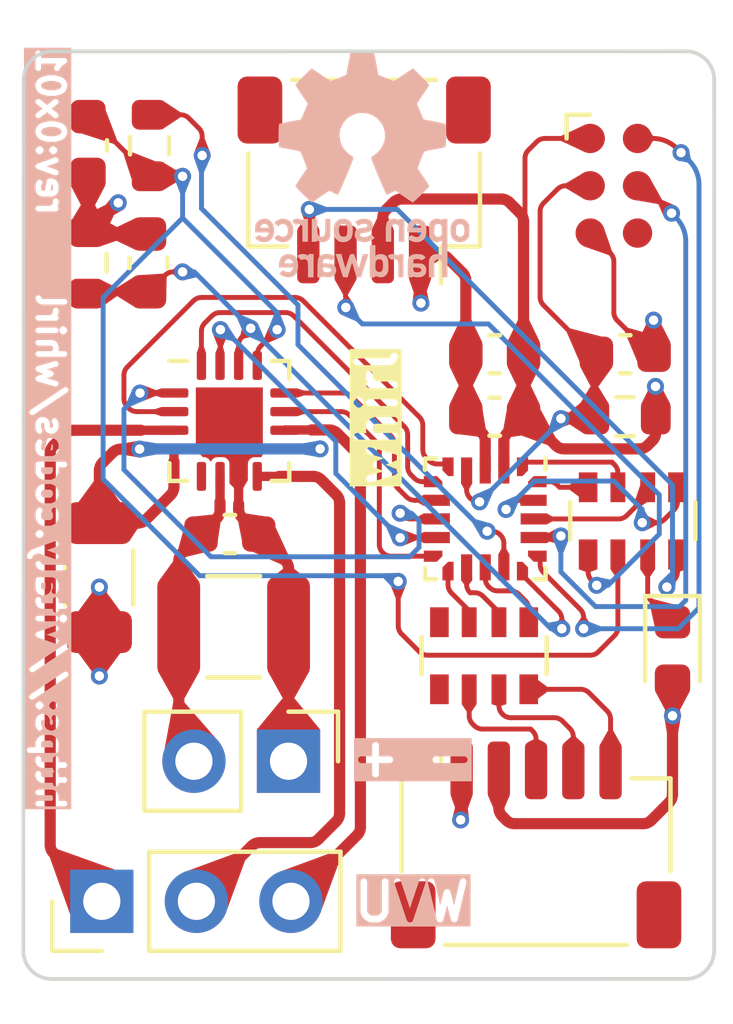
<source format=kicad_pcb>
(kicad_pcb (version 20221018) (generator pcbnew)
  (title_block (title "Whirl") (date "2023-03-26") (rev "0x02"))
  (layers (0 "F.Cu" signal) (1 "In1.Cu" signal) (2 "In2.Cu" signal) (31 "B.Cu" signal) (34 "B.Paste" user) (35 "F.Paste" user) (36 "B.SilkS" user "B.Silkscreen") (37 "F.SilkS" user "F.Silkscreen") (38 "B.Mask" user) (39 "F.Mask" user) (44 "Edge.Cuts" user))
  (net 0 "")
  (net 1 "Net-(D1-K)")
  (net 2 "VDD")
  (net 3 "GND")
  (net 4 "/SDA")
  (net 5 "/SCL")
  (net 6 "Net-(J3-SWDIO)")
  (net 7 "/~{RST}")
  (net 8 "Net-(J3-SWDCLK)")
  (net 10 "Net-(J4-Pin_2)")
  (net 11 "Net-(J5-Pin_1)")
  (net 12 "Net-(J5-Pin_2)")
  (net 13 "Net-(J5-Pin_3)")
  (net 14 "/M_EN")
  (net 15 "/M_FAULT")
  (net 16 "Net-(U2-SENSEU)")
  (net 17 "/M_STBY")
  (net 18 "Net-(RN1-R1.1)")
  (net 19 "Net-(RN1-R2.1)")
  (net 20 "Net-(RN1-R3.1)")
  (net 21 "Net-(RN1-R4.1)")
  (net 23 "/H1")
  (net 24 "/H2")
  (net 25 "/H3")
  (net 26 "Net-(RN2-R4.2)")
  (net 27 "Net-(RN2-R3.2)")
  (net 28 "Net-(RN2-R2.2)")
  (net 30 "/M_UH")
  (net 31 "/M_VH")
  (net 32 "/M_WH")
  (net 33 "/M_UL")
  (net 34 "/M_VL")
  (net 35 "/M_WL")
  (footprint "Resistor_SMD:R_Array_Convex_4x0603" (layer "F.Cu") (at 76.778 92.5212 90)
    (fp_text reference "RN2" hide)
    (fp_text value "190Ω")
  )
  (footprint "Connector_PinHeader_2.54mm:PinHeader_1x02_P2.54mm_Vertical" (layer "F.Cu") (at 71.5264 95.3516 -90)
    (fp_text reference "J4" hide)
    (fp_text value "Power")
  )
  (footprint "Resistor_SMD:R_0603_1608Metric" (layer "F.Cu") (at 66.1162 81.9782 90)
    (fp_text reference "R4" hide)
    (fp_text value "10KΩ")
  )
  (footprint "Capacitor_SMD:C_0603_1608Metric" (layer "F.Cu") (at 80.5688 84.4296)
    (fp_text reference "C3" hide)
    (fp_text value "100nF")
  )
  (footprint "Resistor_SMD:R_0603_1608Metric" (layer "F.Cu") (at 67.7926 78.8286 -90)
    (fp_text reference "R2" hide)
    (fp_text value "10KΩ")
  )
  (footprint "Connector_PinHeader_2.54mm:PinHeader_1x03_P2.54mm_Vertical" (layer "F.Cu") (at 66.5122 99.1108 90)
    (fp_text reference "J5" hide)
    (fp_text value "MOTOR")
  )
  (footprint "Capacitor_SMD:C_0603_1608Metric" (layer "F.Cu") (at 77.0636 84.4296 180)
    (fp_text reference "C1" hide)
    (fp_text value "4.7uF")
  )
  (footprint "Capacitor_SMD:C_0603_1608Metric" (layer "F.Cu") (at 77.0636 86.106 180)
    (fp_text reference "C2" hide)
    (fp_text value "100nF")
  )
  (footprint "Connector_JST:JST_SH_SM04B-SRSS-TB_1x04-1MP_P1.00mm_Horizontal" (layer "F.Cu") (at 73.5584 79.7514 180)
    (fp_text reference "J1" hide)
    (fp_text value "QWIIC")
  )
  (footprint "Capacitor_SMD:C_0603_1608Metric" (layer "F.Cu") (at 67.7672 81.9782 90)
    (fp_text reference "C7" hide)
    (fp_text value "100nF")
  )
  (footprint "Package_DFN_QFN:VQFN-16-1EP_3x3mm_P0.5mm_EP1.8x1.8mm" (layer "F.Cu") (at 69.9373 86.2196)
    (fp_text reference "U2" hide)
    (fp_text value "STSPIN230")
  )
  (footprint "Connector:Tag-Connect_TC2030-IDC-NL_2x03_P1.27mm_Vertical" (layer "F.Cu") (at 80.264 79.9084 -90)
    (fp_text reference "J3" hide)
    (fp_text value "TagConnect")
  )
  (footprint "Package_DFN_QFN:ST_UFQFPN-20_3x3mm_P0.5mm" (layer "F.Cu") (at 76.8096 88.8492 -90)
    (fp_text reference "U1" hide)
    (fp_text value "STM32C011F4Ux")
  )
  (footprint "Capacitor_SMD:C_1210_3225Metric" (layer "F.Cu") (at 70.0532 91.7448)
    (fp_text reference "C4" hide)
    (fp_text value "22uF")
  )
  (footprint "Capacitor_SMD:C_0603_1608Metric" (layer "F.Cu") (at 69.9516 89.2556)
    (fp_text reference "C5" hide)
    (fp_text value "4.7uF")
  )
  (footprint "Resistor_SMD:R_Array_Convex_4x0603" (layer "F.Cu") (at 80.772 88.9 -90)
    (fp_text reference "RN1" hide)
    (fp_text value "190Ω")
  )
  (footprint "Resistor_SMD:R_0603_1608Metric" (layer "F.Cu") (at 80.5646 86.106 180)
    (fp_text reference "R1" hide)
    (fp_text value "10KΩ")
  )
  (footprint "Connector_JST:JST_SH_SM05B-SRSS-TB_1x05-1MP_P1.00mm_Horizontal" (layer "F.Cu") (at 78.175 97.5978)
    (fp_text reference "J2" hide)
    (fp_text value "Encoder")
  )
  (footprint "Capacitor_SMD:C_0603_1608Metric" (layer "F.Cu") (at 66.1416 78.8286 -90)
    (fp_text reference "C6" hide)
    (fp_text value "100nF")
  )
  (footprint "LED_SMD:LED_0603_1608Metric" (layer "F.Cu") (at 81.8388 92.4052 -90)
    (fp_text reference "D1" hide)
    (fp_text value "STATUS")
  )
  (footprint "Resistor_SMD:R_1206_3216Metric" (layer "F.Cu") (at 66.4464 90.424 -90)
    (fp_text reference "R3" hide)
    (fp_text value "0.3Ω")
  )
  (footprint "Symbol:OSHW-Logo_5.7x6mm_SilkScreen" (layer "B.Cu") (at 73.5144 79.3436 180)
    (fp_text reference "REF**" hide)
    (fp_text value "OSHW-Logo_5.7x6mm_SilkScreen" hide)
  )
  (gr_line (start 82.9564 100.4316) (end 82.957585 77.062415) (stroke (width 0.1)) (layer "Edge.Cuts"))
  (gr_arc (start 82.9564 100.4316) (mid 82.733215 100.970415) (end 82.1944 101.1936) (stroke (width 0.1)) (layer "Edge.Cuts"))
  (gr_line (start 82.195585 76.300415) (end 65.1764 76.3016) (stroke (width 0.1)) (layer "Edge.Cuts"))
  (gr_line (start 65.1664 101.1956) (end 82.1944 101.1936) (stroke (width 0.1)) (layer "Edge.Cuts"))
  (gr_line (start 64.4144 77.0636) (end 64.4044 100.4336) (stroke (width 0.1)) (layer "Edge.Cuts"))
  (gr_arc (start 65.1664 101.1956) (mid 64.627585 100.972415) (end 64.4044 100.4336) (stroke (width 0.1)) (layer "Edge.Cuts"))
  (gr_arc (start 64.4144 77.0636) (mid 64.637585 76.524785) (end 65.1764 76.3016) (stroke (width 0.1)) (layer "Edge.Cuts"))
  (gr_arc (start 82.195585 76.300415) (mid 82.7344 76.5236) (end 82.957585 77.062415) (stroke (width 0.1)) (layer "Edge.Cuts"))
  (gr_text "https://vitaly.codes/whirl    rev:0x01" (at 64.7144 96.7536 270) (layer "B.SilkS" knockout) (effects (font (size 0.7 0.7) (thickness 0.15) bold) (justify left bottom mirror)))
  (gr_text "- +" (at 74.8644 95.3836 180) (layer "B.SilkS" knockout) (effects (font (size 1 1) (thickness 0.18) bold)))
  (gr_text "UVW" (at 74.8344 99.1336) (layer "B.SilkS" knockout) (effects (font (size 1 1) (thickness 0.18) bold)))
  (gr_text "whirl" (at 74.4982 88.0364 90) (layer "F.SilkS" knockout) (effects (font (size 1 1) (thickness 0.18) bold) (justify left bottom)))
  (segment (start 81.172 89.8) (end 81.172 90.820837) (width 0.132) (layer "F.Cu") (net 1))
  (segment (start 81.263969 91.042869) (end 81.8388 91.6177) (width 0.132) (layer "F.Cu") (net 1))
  (arc (start 81.172 90.820837) (mid 81.195902 90.941) (end 81.263969 91.042869) (width 0.132) (layer "F.Cu") (net 1))
  (segment (start 77.9337 86.106) (end 77.8386 86.106) (width 0.3) (layer "F.Cu") (net 2))
  (segment (start 80.946737 86.9696) (end 78.927363 86.9696) (width 0.3) (layer "F.Cu") (net 2))
  (segment (start 77.460369 80.355969) (end 77.746632 80.642232) (width 0.3) (layer "F.Cu") (net 2))
  (segment (start 78.190831 78.730369) (end 77.968368 78.952832) (width 0.132) (layer "F.Cu") (net 2))
  (segment (start 81.746831 96.459569) (end 81.270368 96.936032) (width 0.3) (layer "F.Cu") (net 2))
  (segment (start 79.629 78.6384) (end 78.412863 78.6384) (width 0.132) (layer "F.Cu") (net 2))
  (segment (start 77.8764 80.9504) (end 77.8386 80.9882) (width 0.132) (layer "F.Cu") (net 2))
  (segment (start 77.8764 79.174863) (end 77.8764 80.9504) (width 0.132) (layer "F.Cu") (net 2))
  (segment (start 78.705331 86.877631) (end 77.9337 86.106) (width 0.3) (layer "F.Cu") (net 2))
  (segment (start 77.3096 87.5492) (end 77.3096 86.765063) (width 0.3) (layer "F.Cu") (net 2))
  (segment (start 77.175 96.602937) (end 77.175 95.5978) (width 0.3) (layer "F.Cu") (net 2))
  (segment (start 81.048337 97.028) (end 77.600063 97.028) (width 0.3) (layer "F.Cu") (net 2))
  (segment (start 81.297631 86.748769) (end 81.168768 86.877632) (width 0.3) (layer "F.Cu") (net 2))
  (segment (start 77.401569 86.543031) (end 77.8386 86.106) (width 0.3) (layer "F.Cu") (net 2))
  (segment (start 77.378031 96.936031) (end 77.266968 96.824968) (width 0.3) (layer "F.Cu") (net 2))
  (segment (start 77.8386 80.9882) (end 77.8386 84.4296) (width 0.3) (layer "F.Cu") (net 2))
  (segment (start 77.8386 80.864263) (end 77.8386 80.9882) (width 0.3) (layer "F.Cu") (net 2))
  (segment (start 77.8386 84.4296) (end 77.8386 86.106) (width 0.3) (layer "F.Cu") (net 2))
  (segment (start 81.8388 94.1324) (end 81.8388 96.237537) (width 0.3) (layer "F.Cu") (net 2))
  (segment (start 81.3816 85.2932) (end 81.3896 86.106) (width 0.3) (layer "F.Cu") (net 2))
  (segment (start 81.3896 86.106) (end 81.3896 86.526737) (width 0.3) (layer "F.Cu") (net 2))
  (segment (start 74.0584 81.7514) (end 74.0584 80.770363) (width 0.3) (layer "F.Cu") (net 2))
  (segment (start 74.150369 80.548331) (end 74.342732 80.355968) (width 0.3) (layer "F.Cu") (net 2))
  (segment (start 74.564763 80.264) (end 77.238337 80.264) (width 0.3) (layer "F.Cu") (net 2))
  (segment (start 81.8388 93.1927) (end 81.8388 94.1324) (width 0.3) (layer "F.Cu") (net 2))
  (via (at 81.3816 85.2932) (size 0.4572) (drill 0.254) (layers "F.Cu" "B.Cu") (net 2))
  (via (at 81.8388 94.1324) (size 0.4572) (drill 0.254) (layers "F.Cu" "B.Cu") (net 2))
  (arc (start 78.705331 86.877631) (mid 78.8072 86.945698) (end 78.927363 86.9696) (width 0.3) (layer "F.Cu") (net 2))
  (arc (start 74.564763 80.264) (mid 74.444601 80.287902) (end 74.342732 80.355968) (width 0.3) (layer "F.Cu") (net 2))
  (arc (start 77.8386 80.864263) (mid 77.814698 80.744101) (end 77.746632 80.642232) (width 0.3) (layer "F.Cu") (net 2))
  (arc (start 77.175 96.602937) (mid 77.198902 96.723099) (end 77.266968 96.824968) (width 0.3) (layer "F.Cu") (net 2))
  (arc (start 81.8388 96.237537) (mid 81.814898 96.3577) (end 81.746831 96.459569) (width 0.3) (layer "F.Cu") (net 2))
  (arc (start 77.600063 97.028) (mid 77.4799 97.004098) (end 77.378031 96.936031) (width 0.3) (layer "F.Cu") (net 2))
  (arc (start 77.968368 78.952832) (mid 77.900302 79.054701) (end 77.8764 79.174863) (width 0.132) (layer "F.Cu") (net 2))
  (arc (start 77.238337 80.264) (mid 77.3585 80.287902) (end 77.460369 80.355969) (width 0.3) (layer "F.Cu") (net 2))
  (arc (start 80.946737 86.9696) (mid 81.066899 86.945698) (end 81.168768 86.877632) (width 0.3) (layer "F.Cu") (net 2))
  (arc (start 81.270368 96.936032) (mid 81.168499 97.004098) (end 81.048337 97.028) (width 0.3) (layer "F.Cu") (net 2))
  (arc (start 74.150369 80.548331) (mid 74.082302 80.6502) (end 74.0584 80.770363) (width 0.3) (layer "F.Cu") (net 2))
  (arc (start 78.412863 78.6384) (mid 78.2927 78.662302) (end 78.190831 78.730369) (width 0.132) (layer "F.Cu") (net 2))
  (arc (start 81.3896 86.526737) (mid 81.365698 86.6469) (end 81.297631 86.748769) (width 0.3) (layer "F.Cu") (net 2))
  (arc (start 77.401569 86.543031) (mid 77.333502 86.6449) (end 77.3096 86.765063) (width 0.3) (layer "F.Cu") (net 2))
  (segment (start 75.0584 81.7514) (end 75.576137 81.7514) (width 0.3) (layer "F.Cu") (net 3))
  (segment (start 70.1873 87.7071) (end 70.1873 86.599663) (width 0.25) (layer "F.Cu") (net 3))
  (segment (start 70.095331 86.377631) (end 69.9373 86.2196) (width 0.25) (layer "F.Cu") (net 3))
  (segment (start 66.9544 80.3656) (end 66.9038 80.3656) (width 0.3) (layer "F.Cu") (net 3))
  (segment (start 76.717631 86.535031) (end 76.2886 86.106) (width 0.3) (layer "F.Cu") (net 3))
  (segment (start 76.175 96.9006) (end 76.1492 96.9264) (width 0.3) (layer "F.Cu") (net 3))
  (segment (start 75.0584 83.034) (end 75.0824 83.058) (width 0.3) (layer "F.Cu") (net 3))
  (segment (start 76.2886 82.463863) (end 76.2886 84.4296) (width 0.3) (layer "F.Cu") (net 3))
  (segment (start 66.1416 79.6036) (end 66.1416 81.1278) (width 0.3) (layer "F.Cu") (net 3))
  (segment (start 66.4464 91.8865) (end 66.4464 93.0656) (width 0.3) (layer "F.Cu") (net 3))
  (segment (start 70.1873 87.7071) (end 70.1873 88.4428) (width 0.25) (layer "F.Cu") (net 3))
  (segment (start 81.2611 84.4296) (end 81.3438 84.4296) (width 0.132) (layer "F.Cu") (net 3))
  (segment (start 66.9038 80.3656) (end 66.1162 81.1532) (width 0.3) (layer "F.Cu") (net 3))
  (segment (start 67.7672 81.2032) (end 66.1662 81.2032) (width 0.3) (layer "F.Cu") (net 3))
  (segment (start 76.175 95.5978) (end 76.175 96.9006) (width 0.3) (layer "F.Cu") (net 3))
  (segment (start 66.1662 81.2032) (end 66.1162 81.1532) (width 0.3) (layer "F.Cu") (net 3))
  (segment (start 80.264 81.943463) (end 80.264 83.302437) (width 0.132) (layer "F.Cu") (net 3))
  (segment (start 66.4464 91.8865) (end 66.4464 90.678) (width 0.3) (layer "F.Cu") (net 3))
  (segment (start 70.7266 89.2556) (end 71.436232 89.965232) (width 0.3) (layer "F.Cu") (net 3))
  (segment (start 71.5282 90.187263) (end 71.5282 91.7448) (width 0.3) (layer "F.Cu") (net 3))
  (segment (start 70.279269 88.808269) (end 70.7266 89.2556) (width 0.3) (layer "F.Cu") (net 3))
  (segment (start 70.1873 88.4428) (end 70.1873 88.586237) (width 0.3) (layer "F.Cu") (net 3))
  (segment (start 76.8096 87.5492) (end 76.8096 86.757063) (width 0.3) (layer "F.Cu") (net 3))
  (segment (start 79.629 81.1784) (end 80.172032 81.721432) (width 0.132) (layer "F.Cu") (net 3))
  (segment (start 81.3308 83.5152) (end 81.3438 84.4296) (width 0.3) (layer "F.Cu") (net 3))
  (segment (start 71.5264 91.7466) (end 71.5264 95.3516) (width 0.3) (layer "F.Cu") (net 3))
  (segment (start 75.798169 81.843369) (end 76.196632 82.241832) (width 0.3) (layer "F.Cu") (net 3))
  (segment (start 66.1416 81.1278) (end 66.1162 81.1532) (width 0.3) (layer "F.Cu") (net 3))
  (segment (start 75.0584 81.7514) (end 75.0584 83.034) (width 0.3) (layer "F.Cu") (net 3))
  (segment (start 80.355969 83.524469) (end 81.2611 84.4296) (width 0.132) (layer "F.Cu") (net 3))
  (segment (start 76.2886 84.4296) (end 76.2886 86.106) (width 0.3) (layer "F.Cu") (net 3))
  (segment (start 71.5282 91.7448) (end 71.5264 91.7466) (width 0.3) (layer "F.Cu") (net 3))
  (via (at 81.3308 83.5152) (size 0.4572) (drill 0.254) (layers "F.Cu" "B.Cu") (net 3))
  (via (at 66.9544 80.3656) (size 0.4572) (drill 0.254) (layers "F.Cu" "B.Cu") (net 3))
  (via (at 76.1492 96.9264) (size 0.4572) (drill 0.254) (layers "F.Cu" "B.Cu") (net 3))
  (via (at 75.0824 83.058) (size 0.4572) (drill 0.254) (layers "F.Cu" "B.Cu") (net 3))
  (via (at 66.4464 90.678) (size 0.4572) (drill 0.254) (layers "F.Cu" "B.Cu") (net 3))
  (via (at 66.4464 93.0656) (size 0.4572) (drill 0.254) (layers "F.Cu" "B.Cu") (net 3))
  (arc (start 75.576137 81.7514) (mid 75.6963 81.775302) (end 75.798169 81.843369) (width 0.3) (layer "F.Cu") (net 3))
  (arc (start 70.095331 86.377631) (mid 70.163398 86.4795) (end 70.1873 86.599663) (width 0.25) (layer "F.Cu") (net 3))
  (arc (start 71.5282 90.187263) (mid 71.504298 90.067101) (end 71.436232 89.965232) (width 0.3) (layer "F.Cu") (net 3))
  (arc (start 80.172032 81.721432) (mid 80.240098 81.823301) (end 80.264 81.943463) (width 0.132) (layer "F.Cu") (net 3))
  (arc (start 76.717631 86.535031) (mid 76.785698 86.6369) (end 76.8096 86.757063) (width 0.3) (layer "F.Cu") (net 3))
  (arc (start 76.2886 82.463863) (mid 76.264698 82.343701) (end 76.196632 82.241832) (width 0.3) (layer "F.Cu") (net 3))
  (arc (start 80.355969 83.524469) (mid 80.287902 83.4226) (end 80.264 83.302437) (width 0.132) (layer "F.Cu") (net 3))
  (arc (start 70.279269 88.808269) (mid 70.211202 88.7064) (end 70.1873 88.586237) (width 0.3) (layer "F.Cu") (net 3))
  (segment (start 73.0584 82.876167) (end 73.0584 81.7514) (width 0.132) (layer "F.Cu") (net 4))
  (segment (start 73.0656 82.883367) (end 73.0584 82.876167) (width 0.132) (layer "F.Cu") (net 4))
  (segment (start 73.0656 83.1748) (end 73.0656 82.883367) (width 0.132) (layer "F.Cu") (net 4))
  (segment (start 79.80265 90.63135) (end 79.663968 90.492668) (width 0.132) (layer "F.Cu") (net 4))
  (segment (start 79.572 90.270637) (end 79.572 89.8) (width 0.132) (layer "F.Cu") (net 4))
  (via (at 73.0656 83.1748) (size 0.4572) (drill 0.254) (layers "F.Cu" "B.Cu") (net 4))
  (via (at 79.80265 90.63135) (size 0.4572) (drill 0.254) (layers "F.Cu" "B.Cu") (net 4))
  (arc (start 79.663968 90.492668) (mid 79.595902 90.390799) (end 79.572 90.270637) (width 0.132) (layer "F.Cu") (net 4))
  (segment (start 79.80265 90.63135) (end 80.10745 90.63135) (width 0.132) (layer "B.Cu") (net 4))
  (segment (start 81.4832 88.202167) (end 76.897833 83.6168) (width 0.132) (layer "B.Cu") (net 4))
  (segment (start 80.10745 90.63135) (end 81.4832 89.2556) (width 0.132) (layer "B.Cu") (net 4))
  (segment (start 76.897833 83.6168) (end 73.5076 83.6168) (width 0.132) (layer "B.Cu") (net 4))
  (segment (start 73.5076 83.6168) (end 73.0656 83.1748) (width 0.132) (layer "B.Cu") (net 4))
  (segment (start 81.4832 89.2556) (end 81.4832 88.202167) (width 0.132) (layer "B.Cu") (net 4))
  (segment (start 72.0852 81.7246) (end 72.0584 81.7514) (width 0.132) (layer "F.Cu") (net 5))
  (segment (start 72.0852 80.5434) (end 72.0852 81.7246) (width 0.132) (layer "F.Cu") (net 5))
  (segment (start 81.880031 90.484369) (end 81.6864 90.678) (width 0.132) (layer "F.Cu") (net 5))
  (segment (start 81.972 89.8) (end 81.972 90.262337) (width 0.132) (layer "F.Cu") (net 5))
  (via (at 72.0852 80.5434) (size 0.4572) (drill 0.254) (layers "F.Cu" "B.Cu") (net 5))
  (via (at 81.6864 90.678) (size 0.4572) (drill 0.254) (layers "F.Cu" "B.Cu") (net 5))
  (arc (start 81.880031 90.484369) (mid 81.948098 90.3825) (end 81.972 90.262337) (width 0.132) (layer "F.Cu") (net 5))
  (segment (start 74.4474 80.5434) (end 81.8388 87.9348) (width 0.132) (layer "B.Cu") (net 5))
  (segment (start 81.8388 90.5256) (end 81.6864 90.678) (width 0.132) (layer "B.Cu") (net 5))
  (segment (start 72.0852 80.5434) (end 74.4474 80.5434) (width 0.132) (layer "B.Cu") (net 5))
  (segment (start 81.8388 87.9348) (end 81.8388 90.5256) (width 0.132) (layer "B.Cu") (net 5))
  (segment (start 82.0674 79.0194) (end 81.950004 78.902004) (width 0.132) (layer "F.Cu") (net 6))
  (segment (start 81.313608 78.6384) (end 80.899 78.6384) (width 0.132) (layer "F.Cu") (net 6))
  (segment (start 79.4512 91.7956) (end 79.4512 91.493863) (width 0.132) (layer "F.Cu") (net 6))
  (segment (start 79.359231 91.271831) (end 78.376568 90.289168) (width 0.132) (layer "F.Cu") (net 6))
  (segment (start 78.2846 90.067137) (end 78.2846 89.8492) (width 0.132) (layer "F.Cu") (net 6))
  (via (at 79.4512 91.7956) (size 0.4572) (drill 0.254) (layers "F.Cu" "B.Cu") (net 6))
  (via (at 82.0674 79.0194) (size 0.4572) (drill 0.254) (layers "F.Cu" "B.Cu") (net 6))
  (arc (start 78.2846 90.067137) (mid 78.308502 90.187299) (end 78.376568 90.289168) (width 0.132) (layer "F.Cu") (net 6))
  (arc (start 81.950004 78.902004) (mid 81.658023 78.706909) (end 81.313608 78.6384) (width 0.132) (layer "F.Cu") (net 6))
  (arc (start 79.4512 91.493863) (mid 79.427298 91.3737) (end 79.359231 91.271831) (width 0.132) (layer "F.Cu") (net 6))
  (segment (start 82.55 79.874792) (end 82.55 91.2368) (width 0.132) (layer "B.Cu") (net 6))
  (segment (start 82.55 91.2368) (end 81.9912 91.7956) (width 0.132) (layer "B.Cu") (net 6))
  (segment (start 82.0674 79.0194) (end 82.286396 79.238396) (width 0.132) (layer "B.Cu") (net 6))
  (segment (start 81.9912 91.7956) (end 79.4512 91.7956) (width 0.132) (layer "B.Cu") (net 6))
  (arc (start 82.55 79.874792) (mid 82.481492 79.530377) (end 82.286396 79.238396) (width 0.132) (layer "B.Cu") (net 6))
  (segment (start 78.2828 80.597263) (end 78.2828 82.893537) (width 0.132) (layer "F.Cu") (net 7))
  (segment (start 78.374769 83.115569) (end 79.647632 84.388432) (width 0.132) (layer "F.Cu") (net 7))
  (segment (start 78.749631 80.000369) (end 78.374768 80.375232) (width 0.132) (layer "F.Cu") (net 7))
  (segment (start 78.8416 86.1568) (end 79.7938 86.1568) (width 0.132) (layer "F.Cu") (net 7))
  (segment (start 79.7396 84.610463) (end 79.7396 86.1026) (width 0.132) (layer "F.Cu") (net 7))
  (segment (start 76.634863 88.392) (end 76.6572 88.392) (width 0.132) (layer "F.Cu") (net 7))
  (segment (start 79.7396 86.1026) (end 79.7938 86.1568) (width 0.132) (layer "F.Cu") (net 7))
  (segment (start 76.3096 87.5492) (end 76.3096 88.066737) (width 0.132) (layer "F.Cu") (net 7))
  (segment (start 79.629 79.9084) (end 78.971663 79.9084) (width 0.132) (layer "F.Cu") (net 7))
  (segment (start 76.401569 88.288769) (end 76.412832 88.300032) (width 0.132) (layer "F.Cu") (net 7))
  (via (at 78.8416 86.1568) (size 0.4572) (drill 0.254) (layers "F.Cu" "B.Cu") (net 7))
  (via (at 76.6572 88.392) (size 0.4572) (drill 0.254) (layers "F.Cu" "B.Cu") (net 7))
  (arc (start 76.3096 88.066737) (mid 76.333502 88.1869) (end 76.401569 88.288769) (width 0.132) (layer "F.Cu") (net 7))
  (arc (start 76.634863 88.392) (mid 76.514701 88.368098) (end 76.412832 88.300032) (width 0.132) (layer "F.Cu") (net 7))
  (arc (start 78.971663 79.9084) (mid 78.8515 79.932302) (end 78.749631 80.000369) (width 0.132) (layer "F.Cu") (net 7))
  (arc (start 79.647632 84.388432) (mid 79.715698 84.490301) (end 79.7396 84.610463) (width 0.132) (layer "F.Cu") (net 7))
  (arc (start 78.2828 82.893537) (mid 78.306702 83.0137) (end 78.374769 83.115569) (width 0.132) (layer "F.Cu") (net 7))
  (arc (start 78.2828 80.597263) (mid 78.306702 80.477101) (end 78.374768 80.375232) (width 0.132) (layer "F.Cu") (net 7))
  (segment (start 78.8416 86.2076) (end 78.8416 86.1568) (width 0.132) (layer "B.Cu") (net 7))
  (segment (start 76.6572 88.392) (end 78.8416 86.2076) (width 0.132) (layer "B.Cu") (net 7))
  (segment (start 81.0768 79.9084) (end 80.899 79.9084) (width 0.132) (layer "F.Cu") (net 8))
  (segment (start 78.7988 89.3492) (end 78.8416 89.3064) (width 0.132) (layer "F.Cu") (net 8))
  (segment (start 81.8134 80.645) (end 81.0768 79.9084) (width 0.132) (layer "F.Cu") (net 8))
  (segment (start 78.1096 89.3492) (end 78.7988 89.3492) (width 0.132) (layer "F.Cu") (net 8))
  (via (at 81.8134 80.645) (size 0.4572) (drill 0.254) (layers "F.Cu" "B.Cu") (net 8))
  (via (at 78.8416 89.3064) (size 0.4572) (drill 0.254) (layers "F.Cu" "B.Cu") (net 8))
  (segment (start 78.8416 90.2716) (end 78.8416 89.3064) (width 0.132) (layer "B.Cu") (net 8))
  (segment (start 82.0268 91.2012) (end 79.7712 91.2012) (width 0.132) (layer "B.Cu") (net 8))
  (segment (start 81.8134 80.645) (end 81.930796 80.762396) (width 0.132) (layer "B.Cu") (net 8))
  (segment (start 82.1944 81.398792) (end 82.1944 91.0336) (width 0.132) (layer "B.Cu") (net 8))
  (segment (start 82.1944 91.0336) (end 82.0268 91.2012) (width 0.132) (layer "B.Cu") (net 8))
  (segment (start 79.7712 91.2012) (end 78.8416 90.2716) (width 0.132) (layer "B.Cu") (net 8))
  (arc (start 81.930796 80.762396) (mid 82.125891 81.054377) (end 82.1944 81.398792) (width 0.132) (layer "B.Cu") (net 8))
  (segment (start 69.595331 88.836869) (end 69.1766 89.2556) (width 0.3) (layer "F.Cu") (net 10))
  (segment (start 69.6873 87.7071) (end 69.6873 88.392) (width 0.25) (layer "F.Cu") (net 10))
  (segment (start 68.9864 95.3516) (end 68.671968 95.037168) (width 0.3) (layer "F.Cu") (net 10))
  (segment (start 68.670169 89.762031) (end 69.1766 89.2556) (width 0.3) (layer "F.Cu") (net 10))
  (segment (start 68.5782 91.7448) (end 68.5782 89.984063) (width 0.3) (layer "F.Cu") (net 10))
  (segment (start 69.6873 88.392) (end 69.6873 88.614837) (width 0.3) (layer "F.Cu") (net 10))
  (segment (start 68.58 94.815137) (end 68.58 91.7466) (width 0.3) (layer "F.Cu") (net 10))
  (segment (start 68.58 91.7466) (end 68.5782 91.7448) (width 0.3) (layer "F.Cu") (net 10))
  (arc (start 68.58 94.815137) (mid 68.603902 94.935299) (end 68.671968 95.037168) (width 0.3) (layer "F.Cu") (net 10))
  (arc (start 69.6873 88.614837) (mid 69.663398 88.735) (end 69.595331 88.836869) (width 0.3) (layer "F.Cu") (net 10))
  (arc (start 68.670169 89.762031) (mid 68.602102 89.8639) (end 68.5782 89.984063) (width 0.3) (layer "F.Cu") (net 10))
  (segment (start 65.533631 86.561569) (end 65.217568 86.877632) (width 0.3) (layer "F.Cu") (net 11))
  (segment (start 65.217569 97.816169) (end 66.5122 99.1108) (width 0.3) (layer "F.Cu") (net 11))
  (segment (start 68.4498 86.4696) (end 67.564 86.4696) (width 0.25) (layer "F.Cu") (net 11))
  (segment (start 67.564 86.4696) (end 65.755663 86.4696) (width 0.3) (layer "F.Cu") (net 11))
  (segment (start 65.1256 87.099663) (end 65.1256 97.594137) (width 0.3) (layer "F.Cu") (net 11))
  (arc (start 65.217568 86.877632) (mid 65.149502 86.979501) (end 65.1256 87.099663) (width 0.3) (layer "F.Cu") (net 11))
  (arc (start 65.217569 97.816169) (mid 65.149502 97.7143) (end 65.1256 97.594137) (width 0.3) (layer "F.Cu") (net 11))
  (arc (start 65.755663 86.4696) (mid 65.6355 86.493502) (end 65.533631 86.561569) (width 0.3) (layer "F.Cu") (net 11))
  (segment (start 72.406669 87.799069) (end 72.806032 88.198432) (width 0.3) (layer "F.Cu") (net 12))
  (segment (start 72.107537 97.536) (end 70.757063 97.536) (width 0.3) (layer "F.Cu") (net 12))
  (segment (start 72.898 88.420463) (end 72.898 96.745537) (width 0.3) (layer "F.Cu") (net 12))
  (segment (start 72.806031 96.967569) (end 72.329568 97.444032) (width 0.3) (layer "F.Cu") (net 12))
  (segment (start 70.535031 97.627969) (end 69.0522 99.1108) (width 0.3) (layer "F.Cu") (net 12))
  (segment (start 71.2724 87.7071) (end 72.184637 87.7071) (width 0.3) (layer "F.Cu") (net 12))
  (segment (start 70.6873 87.7071) (end 71.2724 87.7071) (width 0.25) (layer "F.Cu") (net 12))
  (arc (start 72.329568 97.444032) (mid 72.227699 97.512098) (end 72.107537 97.536) (width 0.3) (layer "F.Cu") (net 12))
  (arc (start 72.806031 96.967569) (mid 72.874098 96.8657) (end 72.898 96.745537) (width 0.3) (layer "F.Cu") (net 12))
  (arc (start 72.806032 88.198432) (mid 72.874098 88.300301) (end 72.898 88.420463) (width 0.3) (layer "F.Cu") (net 12))
  (arc (start 72.184637 87.7071) (mid 72.3048 87.731002) (end 72.406669 87.799069) (width 0.3) (layer "F.Cu") (net 12))
  (arc (start 70.535031 97.627969) (mid 70.6369 97.559902) (end 70.757063 97.536) (width 0.3) (layer "F.Cu") (net 12))
  (segment (start 72.136 86.4616) (end 72.615537 86.4616) (width 0.3) (layer "F.Cu") (net 13))
  (segment (start 73.4568 87.302863) (end 73.4568 97.116137) (width 0.3) (layer "F.Cu") (net 13))
  (segment (start 72.136 86.4616) (end 71.4328 86.4616) (width 0.25) (layer "F.Cu") (net 13))
  (segment (start 71.4328 86.4616) (end 71.4248 86.4696) (width 0.25) (layer "F.Cu") (net 13))
  (segment (start 73.364831 97.338169) (end 71.5922 99.1108) (width 0.3) (layer "F.Cu") (net 13))
  (segment (start 72.837569 86.553569) (end 73.364832 87.080832) (width 0.3) (layer "F.Cu") (net 13))
  (arc (start 73.4568 87.302863) (mid 73.432898 87.182701) (end 73.364832 87.080832) (width 0.3) (layer "F.Cu") (net 13))
  (arc (start 72.615537 86.4616) (mid 72.7357 86.485502) (end 72.837569 86.553569) (width 0.3) (layer "F.Cu") (net 13))
  (arc (start 73.4568 97.116137) (mid 73.432898 97.2363) (end 73.364831 97.338169) (width 0.3) (layer "F.Cu") (net 13))
  (segment (start 77.3096 89.504663) (end 77.3096 90.1492) (width 0.132) (layer "F.Cu") (net 14))
  (segment (start 68.627937 78.0036) (end 67.7926 78.0036) (width 0.132) (layer "F.Cu") (net 14))
  (segment (start 69.115447 78.361047) (end 68.849968 78.095568) (width 0.132) (layer "F.Cu") (net 14))
  (segment (start 76.8604 89.1794) (end 76.984337 89.1794) (width 0.132) (layer "F.Cu") (net 14))
  (segment (start 69.207416 79.0956) (end 69.207416 78.583079) (width 0.132) (layer "F.Cu") (net 14))
  (segment (start 77.206369 89.271369) (end 77.217632 89.282632) (width 0.132) (layer "F.Cu") (net 14))
  (via (at 69.207416 79.0956) (size 0.4572) (drill 0.254) (layers "F.Cu" "B.Cu") (net 14))
  (via (at 76.8604 89.1794) (size 0.4572) (drill 0.254) (layers "F.Cu" "B.Cu") (net 14))
  (arc (start 77.217632 89.282632) (mid 77.285698 89.384501) (end 77.3096 89.504663) (width 0.132) (layer "F.Cu") (net 14))
  (arc (start 76.984337 89.1794) (mid 77.1045 89.203302) (end 77.206369 89.271369) (width 0.132) (layer "F.Cu") (net 14))
  (arc (start 68.849968 78.095568) (mid 68.748099 78.027502) (end 68.627937 78.0036) (width 0.132) (layer "F.Cu") (net 14))
  (arc (start 69.207416 78.583079) (mid 69.183514 78.462916) (end 69.115447 78.361047) (width 0.132) (layer "F.Cu") (net 14))
  (segment (start 69.1896 79.113416) (end 69.207416 79.0956) (width 0.132) (layer "B.Cu") (net 14))
  (segment (start 71.7804 84.1756) (end 71.7804 83.1088) (width 0.132) (layer "B.Cu") (net 14))
  (segment (start 71.7804 83.1088) (end 69.1896 80.518) (width 0.132) (layer "B.Cu") (net 14))
  (segment (start 76.8604 89.1794) (end 76.7842 89.1794) (width 0.132) (layer "B.Cu") (net 14))
  (segment (start 69.1896 80.518) (end 69.1896 79.113416) (width 0.132) (layer "B.Cu") (net 14))
  (segment (start 76.7842 89.1794) (end 71.7804 84.1756) (width 0.132) (layer "B.Cu") (net 14))
  (segment (start 70.779269 84.211531) (end 71.2216 83.7692) (width 0.132) (layer "F.Cu") (net 15))
  (segment (start 68.6816 79.6544) (end 67.7934 79.6544) (width 0.132) (layer "F.Cu") (net 15))
  (segment (start 66.1416 78.0536) (end 66.1926 78.0536) (width 0.132) (layer "F.Cu") (net 15))
  (segment (start 74.564769 91.938369) (end 75.041232 92.414832) (width 0.132) (layer "F.Cu") (net 15))
  (segment (start 75.263263 92.5068) (end 79.625937 92.5068) (width 0.132) (layer "F.Cu") (net 15))
  (segment (start 79.847969 92.414831) (end 80.280032 91.982768) (width 0.132) (layer "F.Cu") (net 15))
  (segment (start 66.1926 78.0536) (end 67.7926 79.6536) (width 0.132) (layer "F.Cu") (net 15))
  (segment (start 74.4728 90.5256) (end 74.4728 91.716337) (width 0.132) (layer "F.Cu") (net 15))
  (segment (start 67.7934 79.6544) (end 67.7926 79.6536) (width 0.132) (layer "F.Cu") (net 15))
  (segment (start 80.372 91.760737) (end 80.372 89.8) (width 0.132) (layer "F.Cu") (net 15))
  (segment (start 70.6873 84.7321) (end 70.6873 84.433563) (width 0.132) (layer "F.Cu") (net 15))
  (via (at 71.2216 83.7692) (size 0.4572) (drill 0.254) (layers "F.Cu" "B.Cu") (net 15))
  (via (at 74.4728 90.5256) (size 0.4572) (drill 0.254) (layers "F.Cu" "B.Cu") (net 15))
  (via (at 68.6816 79.6544) (size 0.4572) (drill 0.254) (layers "F.Cu" "B.Cu") (net 15))
  (arc (start 70.6873 84.433563) (mid 70.711202 84.3134) (end 70.779269 84.211531) (width 0.132) (layer "F.Cu") (net 15))
  (arc (start 80.372 91.760737) (mid 80.348098 91.880899) (end 80.280032 91.982768) (width 0.132) (layer "F.Cu") (net 15))
  (arc (start 75.041232 92.414832) (mid 75.143101 92.482898) (end 75.263263 92.5068) (width 0.132) (layer "F.Cu") (net 15))
  (arc (start 79.847969 92.414831) (mid 79.7461 92.482898) (end 79.625937 92.5068) (width 0.132) (layer "F.Cu") (net 15))
  (arc (start 74.4728 91.716337) (mid 74.496702 91.8365) (end 74.564769 91.938369) (width 0.132) (layer "F.Cu") (net 15))
  (segment (start 74.3204 90.3732) (end 69.1388 90.3732) (width 0.132) (layer "B.Cu") (net 15))
  (segment (start 71.2216 83.312) (end 68.6816 80.772) (width 0.132) (layer "B.Cu") (net 15))
  (segment (start 74.4728 90.5256) (end 74.3204 90.3732) (width 0.132) (layer "B.Cu") (net 15))
  (segment (start 66.548 82.9056) (end 68.6816 80.772) (width 0.132) (layer "B.Cu") (net 15))
  (segment (start 66.548 87.7824) (end 66.548 82.9056) (width 0.132) (layer "B.Cu") (net 15))
  (segment (start 68.6816 80.772) (end 68.6816 79.6544) (width 0.132) (layer "B.Cu") (net 15))
  (segment (start 69.1388 90.3732) (end 66.548 87.7824) (width 0.132) (layer "B.Cu") (net 15))
  (segment (start 71.2216 83.7692) (end 71.2216 83.312) (width 0.132) (layer "B.Cu") (net 15))
  (segment (start 68.4498 87.303) (end 68.4498 86.9696) (width 0.25) (layer "F.Cu") (net 16))
  (segment (start 68.4498 87.985737) (end 68.4498 87.303) (width 0.3) (layer "F.Cu") (net 16))
  (segment (start 66.4464 88.9615) (end 67.474037 88.9615) (width 0.3) (layer "F.Cu") (net 16))
  (segment (start 66.4464 87.556863) (end 66.4464 88.9615) (width 0.3) (layer "F.Cu") (net 16))
  (segment (start 71.4248 86.9696) (end 72.3753 86.9696) (width 0.25) (layer "F.Cu") (net 16))
  (segment (start 67.5279 86.9747) (end 67.028563 86.9747) (width 0.3) (layer "F.Cu") (net 16))
  (segment (start 66.806531 87.066669) (end 66.538368 87.334832) (width 0.3) (layer "F.Cu") (net 16))
  (segment (start 67.696069 88.869531) (end 68.357832 88.207768) (width 0.3) (layer "F.Cu") (net 16))
  (via (at 72.3753 86.9696) (size 0.4572) (drill 0.254) (layers "F.Cu" "B.Cu") (net 16))
  (via (at 67.5279 86.9747) (size 0.4572) (drill 0.254) (layers "F.Cu" "B.Cu") (net 16))
  (arc (start 67.028563 86.9747) (mid 66.9084 86.998602) (end 66.806531 87.066669) (width 0.3) (layer "F.Cu") (net 16))
  (arc (start 67.474037 88.9615) (mid 67.5942 88.937598) (end 67.696069 88.869531) (width 0.3) (layer "F.Cu") (net 16))
  (arc (start 68.357832 88.207768) (mid 68.425898 88.105899) (end 68.4498 87.985737) (width 0.3) (layer "F.Cu") (net 16))
  (arc (start 66.538368 87.334832) (mid 66.470302 87.436701) (end 66.4464 87.556863) (width 0.3) (layer "F.Cu") (net 16))
  (segment (start 72.3753 86.9696) (end 67.533 86.9696) (width 0.3) (layer "B.Cu") (net 16))
  (segment (start 67.533 86.9696) (end 67.5279 86.9747) (width 0.3) (layer "B.Cu") (net 16))
  (segment (start 66.1662 82.7532) (end 66.1162 82.8032) (width 0.132) (layer "F.Cu") (net 17))
  (segment (start 78.867497 91.7956) (end 78.867497 91.54516) (width 0.132) (layer "F.Cu") (net 17))
  (segment (start 68.208631 82.311769) (end 67.7672 82.7532) (width 0.132) (layer "F.Cu") (net 17))
  (segment (start 77.8096 90.3572) (end 77.8096 90.3242) (width 0.132) (layer "F.Cu") (net 17))
  (segment (start 70.279269 83.964231) (end 70.5104 83.7331) (width 0.132) (layer "F.Cu") (net 17))
  (segment (start 78.775528 91.323128) (end 77.8096 90.3572) (width 0.132) (layer "F.Cu") (net 17))
  (segment (start 68.6816 82.2198) (end 68.430663 82.2198) (width 0.132) (layer "F.Cu") (net 17))
  (segment (start 70.1873 84.7321) (end 70.1873 84.186263) (width 0.132) (layer "F.Cu") (net 17))
  (segment (start 67.7672 82.7532) (end 66.1662 82.7532) (width 0.132) (layer "F.Cu") (net 17))
  (via (at 78.867497 91.7956) (size 0.4572) (drill 0.254) (layers "F.Cu" "B.Cu") (net 17))
  (via (at 70.5104 83.7331) (size 0.4572) (drill 0.254) (layers "F.Cu" "B.Cu") (net 17))
  (via (at 68.6816 82.2198) (size 0.4572) (drill 0.254) (layers "F.Cu" "B.Cu") (net 17))
  (arc (start 68.430663 82.2198) (mid 68.3105 82.243702) (end 68.208631 82.311769) (width 0.132) (layer "F.Cu") (net 17))
  (arc (start 78.775528 91.323128) (mid 78.843595 91.424997) (end 78.867497 91.54516) (width 0.132) (layer "F.Cu") (net 17))
  (arc (start 70.279269 83.964231) (mid 70.211202 84.0661) (end 70.1873 84.186263) (width 0.132) (layer "F.Cu") (net 17))
  (segment (start 78.5729 91.7956) (end 70.5104 83.7331) (width 0.132) (layer "B.Cu") (net 17))
  (segment (start 68.9971 82.2198) (end 70.5104 83.7331) (width 0.132) (layer "B.Cu") (net 17))
  (segment (start 78.867497 91.7956) (end 78.5729 91.7956) (width 0.132) (layer "B.Cu") (net 17))
  (segment (start 68.6816 82.2198) (end 68.9971 82.2198) (width 0.132) (layer "B.Cu") (net 17))
  (segment (start 81.972 88.382737) (end 81.972 88) (width 0.132) (layer "F.Cu") (net 18))
  (segment (start 77.744463 88.3492) (end 78.1096 88.3492) (width 0.132) (layer "F.Cu") (net 18))
  (segment (start 77.3684 88.5952) (end 77.522432 88.441168) (width 0.132) (layer "F.Cu") (net 18))
  (segment (start 81.625969 88.858831) (end 81.880032 88.604768) (width 0.132) (layer "F.Cu") (net 18))
  (segment (start 81.026 88.9508) (end 81.403937 88.9508) (width 0.132) (layer "F.Cu") (net 18))
  (via (at 81.026 88.9508) (size 0.4572) (drill 0.254) (layers "F.Cu" "B.Cu") (net 18))
  (via (at 77.3684 88.5952) (size 0.4572) (drill 0.254) (layers "F.Cu" "B.Cu") (net 18))
  (arc (start 81.625969 88.858831) (mid 81.5241 88.926898) (end 81.403937 88.9508) (width 0.132) (layer "F.Cu") (net 18))
  (arc (start 77.744463 88.3492) (mid 77.624301 88.373102) (end 77.522432 88.441168) (width 0.132) (layer "F.Cu") (net 18))
  (arc (start 81.972 88.382737) (mid 81.948098 88.502899) (end 81.880032 88.604768) (width 0.132) (layer "F.Cu") (net 18))
  (segment (start 81.026 88.5952) (end 81.026 88.9508) (width 0.132) (layer "B.Cu") (net 18))
  (segment (start 80.264 87.8332) (end 81.026 88.5952) (width 0.132) (layer "B.Cu") (net 18))
  (segment (start 77.3684 88.5952) (end 78.1304 87.8332) (width 0.132) (layer "B.Cu") (net 18))
  (segment (start 78.1304 87.8332) (end 80.264 87.8332) (width 0.132) (layer "B.Cu") (net 18))
  (segment (start 81.172 88) (end 81.172 88.065137) (width 0.132) (layer "F.Cu") (net 19))
  (segment (start 81.080031 88.287169) (end 80.609968 88.757232) (width 0.132) (layer "F.Cu") (net 19))
  (segment (start 80.387937 88.8492) (end 78.1096 88.8492) (width 0.132) (layer "F.Cu") (net 19))
  (arc (start 80.387937 88.8492) (mid 80.508099 88.825298) (end 80.609968 88.757232) (width 0.132) (layer "F.Cu") (net 19))
  (arc (start 81.172 88.065137) (mid 81.148098 88.1853) (end 81.080031 88.287169) (width 0.132) (layer "F.Cu") (net 19))
  (segment (start 80.2132 87.3252) (end 80.280032 87.392032) (width 0.132) (layer "F.Cu") (net 20))
  (segment (start 77.8096 87.3742) (end 77.8586 87.3252) (width 0.132) (layer "F.Cu") (net 20))
  (segment (start 77.8586 87.3252) (end 80.2132 87.3252) (width 0.132) (layer "F.Cu") (net 20))
  (segment (start 80.372 87.614063) (end 80.372 88) (width 0.132) (layer "F.Cu") (net 20))
  (arc (start 80.372 87.614063) (mid 80.348098 87.493901) (end 80.280032 87.392032) (width 0.132) (layer "F.Cu") (net 20))
  (segment (start 78.8052 88) (end 79.572 88) (width 0.132) (layer "F.Cu") (net 21))
  (segment (start 78.2846 87.8492) (end 78.524337 87.8492) (width 0.132) (layer "F.Cu") (net 21))
  (segment (start 78.746369 87.941169) (end 78.8052 88) (width 0.132) (layer "F.Cu") (net 21))
  (arc (start 78.746369 87.941169) (mid 78.6445 87.873102) (end 78.524337 87.8492) (width 0.132) (layer "F.Cu") (net 21))
  (segment (start 78.083031 94.542231) (end 78.0288 94.488) (width 0.132) (layer "F.Cu") (net 23))
  (segment (start 78.0288 94.488) (end 76.736463 94.488) (width 0.132) (layer "F.Cu") (net 23))
  (segment (start 76.514431 94.396031) (end 76.469968 94.351568) (width 0.132) (layer "F.Cu") (net 23))
  (segment (start 78.175 95.5978) (end 78.175 94.764263) (width 0.132) (layer "F.Cu") (net 23))
  (segment (start 76.378 94.129537) (end 76.378 93.4212) (width 0.132) (layer "F.Cu") (net 23))
  (arc (start 76.378 94.129537) (mid 76.401902 94.249699) (end 76.469968 94.351568) (width 0.132) (layer "F.Cu") (net 23))
  (arc (start 76.736463 94.488) (mid 76.6163 94.464098) (end 76.514431 94.396031) (width 0.132) (layer "F.Cu") (net 23))
  (arc (start 78.175 94.764263) (mid 78.151098 94.6441) (end 78.083031 94.542231) (width 0.132) (layer "F.Cu") (net 23))
  (segment (start 78.660737 94.1832) (end 77.498463 94.1832) (width 0.132) (layer "F.Cu") (net 24))
  (segment (start 79.175 95.5978) (end 79.175 94.697463) (width 0.132) (layer "F.Cu") (net 24))
  (segment (start 77.178 93.862737) (end 77.178 93.4212) (width 0.132) (layer "F.Cu") (net 24))
  (segment (start 77.276431 94.091231) (end 77.269968 94.084768) (width 0.132) (layer "F.Cu") (net 24))
  (segment (start 79.083031 94.475431) (end 78.882768 94.275168) (width 0.132) (layer "F.Cu") (net 24))
  (arc (start 77.498463 94.1832) (mid 77.3783 94.159298) (end 77.276431 94.091231) (width 0.132) (layer "F.Cu") (net 24))
  (arc (start 77.178 93.862737) (mid 77.201902 93.982899) (end 77.269968 94.084768) (width 0.132) (layer "F.Cu") (net 24))
  (arc (start 78.660737 94.1832) (mid 78.780899 94.207102) (end 78.882768 94.275168) (width 0.132) (layer "F.Cu") (net 24))
  (arc (start 79.175 94.697463) (mid 79.151098 94.5773) (end 79.083031 94.475431) (width 0.132) (layer "F.Cu") (net 24))
  (segment (start 80.175 95.5978) (end 80.175 94.224263) (width 0.132) (layer "F.Cu") (net 25))
  (segment (start 80.083031 94.002231) (end 79.593968 93.513168) (width 0.132) (layer "F.Cu") (net 25))
  (segment (start 79.371937 93.4212) (end 77.978 93.4212) (width 0.132) (layer "F.Cu") (net 25))
  (arc (start 80.175 94.224263) (mid 80.151098 94.1041) (end 80.083031 94.002231) (width 0.132) (layer "F.Cu") (net 25))
  (arc (start 79.371937 93.4212) (mid 79.492099 93.445102) (end 79.593968 93.513168) (width 0.132) (layer "F.Cu") (net 25))
  (segment (start 76.901569 90.668369) (end 76.920832 90.687632) (width 0.132) (layer "F.Cu") (net 26))
  (segment (start 77.142863 90.7796) (end 77.492337 90.7796) (width 0.132) (layer "F.Cu") (net 26))
  (segment (start 77.978 91.265263) (end 77.978 91.6212) (width 0.132) (layer "F.Cu") (net 26))
  (segment (start 77.714369 90.871569) (end 77.886032 91.043232) (width 0.132) (layer "F.Cu") (net 26))
  (segment (start 76.8096 90.1492) (end 76.8096 90.446337) (width 0.132) (layer "F.Cu") (net 26))
  (arc (start 76.8096 90.446337) (mid 76.833502 90.5665) (end 76.901569 90.668369) (width 0.132) (layer "F.Cu") (net 26))
  (arc (start 77.492337 90.7796) (mid 77.6125 90.803502) (end 77.714369 90.871569) (width 0.132) (layer "F.Cu") (net 26))
  (arc (start 77.886032 91.043232) (mid 77.954098 91.145101) (end 77.978 91.265263) (width 0.132) (layer "F.Cu") (net 26))
  (arc (start 77.142863 90.7796) (mid 77.022701 90.755698) (end 76.920832 90.687632) (width 0.132) (layer "F.Cu") (net 26))
  (segment (start 76.3096 90.1492) (end 76.3096 90.606737) (width 0.132) (layer "F.Cu") (net 27))
  (segment (start 77.178 91.481263) (end 77.178 91.6212) (width 0.132) (layer "F.Cu") (net 27))
  (segment (start 76.4032 90.8304) (end 76.527137 90.8304) (width 0.132) (layer "F.Cu") (net 27))
  (segment (start 76.749169 90.922369) (end 77.086032 91.259232) (width 0.132) (layer "F.Cu") (net 27))
  (segment (start 76.401569 90.828769) (end 76.4032 90.8304) (width 0.132) (layer "F.Cu") (net 27))
  (arc (start 76.3096 90.606737) (mid 76.333502 90.7269) (end 76.401569 90.828769) (width 0.132) (layer "F.Cu") (net 27))
  (arc (start 77.086032 91.259232) (mid 77.154098 91.361101) (end 77.178 91.481263) (width 0.132) (layer "F.Cu") (net 27))
  (arc (start 76.749169 90.922369) (mid 76.6473 90.854302) (end 76.527137 90.8304) (width 0.132) (layer "F.Cu") (net 27))
  (segment (start 76.378 91.443263) (end 76.378 91.6212) (width 0.132) (layer "F.Cu") (net 28))
  (segment (start 75.901569 90.836769) (end 76.286032 91.221232) (width 0.132) (layer "F.Cu") (net 28))
  (segment (start 75.8096 90.3242) (end 75.8096 90.614737) (width 0.132) (layer "F.Cu") (net 28))
  (arc (start 76.286032 91.221232) (mid 76.354098 91.323101) (end 76.378 91.443263) (width 0.132) (layer "F.Cu") (net 28))
  (arc (start 75.8096 90.614737) (mid 75.833502 90.7349) (end 75.901569 90.836769) (width 0.132) (layer "F.Cu") (net 28))
  (segment (start 75.8096 87.3742) (end 75.515463 87.3742) (width 0.132) (layer "F.Cu") (net 30))
  (segment (start 68.970631 82.997569) (end 67.198768 84.769432) (width 0.132) (layer "F.Cu") (net 30))
  (segment (start 67.1068 84.991463) (end 67.1068 85.620337) (width 0.132) (layer "F.Cu") (net 30))
  (segment (start 75.041231 86.115631) (end 71.923168 82.997568) (width 0.132) (layer "F.Cu") (net 30))
  (segment (start 75.293431 87.282231) (end 75.225168 87.213968) (width 0.132) (layer "F.Cu") (net 30))
  (segment (start 67.456063 85.9696) (end 68.4498 85.9696) (width 0.132) (layer "F.Cu") (net 30))
  (segment (start 71.701137 82.9056) (end 69.192663 82.9056) (width 0.132) (layer "F.Cu") (net 30))
  (segment (start 67.198769 85.842369) (end 67.234032 85.877632) (width 0.132) (layer "F.Cu") (net 30))
  (segment (start 75.1332 86.991937) (end 75.1332 86.337663) (width 0.132) (layer "F.Cu") (net 30))
  (arc (start 75.041231 86.115631) (mid 75.109298 86.2175) (end 75.1332 86.337663) (width 0.132) (layer "F.Cu") (net 30))
  (arc (start 75.225168 87.213968) (mid 75.157102 87.112099) (end 75.1332 86.991937) (width 0.132) (layer "F.Cu") (net 30))
  (arc (start 67.198768 84.769432) (mid 67.130702 84.871301) (end 67.1068 84.991463) (width 0.132) (layer "F.Cu") (net 30))
  (arc (start 68.970631 82.997569) (mid 69.0725 82.929502) (end 69.192663 82.9056) (width 0.132) (layer "F.Cu") (net 30))
  (arc (start 67.1068 85.620337) (mid 67.130702 85.7405) (end 67.198769 85.842369) (width 0.132) (layer "F.Cu") (net 30))
  (arc (start 75.515463 87.3742) (mid 75.3953 87.350298) (end 75.293431 87.282231) (width 0.132) (layer "F.Cu") (net 30))
  (arc (start 67.234032 85.877632) (mid 67.335901 85.945698) (end 67.456063 85.9696) (width 0.132) (layer "F.Cu") (net 30))
  (arc (start 71.701137 82.9056) (mid 71.821299 82.929502) (end 71.923168 82.997568) (width 0.132) (layer "F.Cu") (net 30))
  (segment (start 75.3346 87.8492) (end 75.126863 87.8492) (width 0.132) (layer "F.Cu") (net 31))
  (segment (start 71.447137 83.312) (end 69.68863 83.312) (width 0.132) (layer "F.Cu") (net 31))
  (segment (start 69.466598 83.403969) (end 69.279268 83.591299) (width 0.132) (layer "F.Cu") (net 31))
  (segment (start 74.7268 87.449137) (end 74.7268 86.591663) (width 0.132) (layer "F.Cu") (net 31))
  (segment (start 74.634831 86.369631) (end 71.669168 83.403968) (width 0.132) (layer "F.Cu") (net 31))
  (segment (start 74.904831 87.757231) (end 74.818768 87.671168) (width 0.132) (layer "F.Cu") (net 31))
  (segment (start 69.1873 83.81333) (end 69.1873 84.7321) (width 0.132) (layer "F.Cu") (net 31))
  (arc (start 74.634831 86.369631) (mid 74.702898 86.4715) (end 74.7268 86.591663) (width 0.132) (layer "F.Cu") (net 31))
  (arc (start 69.279268 83.591299) (mid 69.211202 83.693168) (end 69.1873 83.81333) (width 0.132) (layer "F.Cu") (net 31))
  (arc (start 69.68863 83.312) (mid 69.568467 83.335902) (end 69.466598 83.403969) (width 0.132) (layer "F.Cu") (net 31))
  (arc (start 75.126863 87.8492) (mid 75.0067 87.825298) (end 74.904831 87.757231) (width 0.132) (layer "F.Cu") (net 31))
  (arc (start 74.7268 87.449137) (mid 74.750702 87.569299) (end 74.818768 87.671168) (width 0.132) (layer "F.Cu") (net 31))
  (arc (start 71.447137 83.312) (mid 71.567299 83.335902) (end 71.669168 83.403968) (width 0.132) (layer "F.Cu") (net 31))
  (segment (start 74.463169 88.026769) (end 74.693632 88.257232) (width 0.132) (layer "F.Cu") (net 32))
  (segment (start 74.915663 88.3492) (end 75.5096 88.3492) (width 0.132) (layer "F.Cu") (net 32))
  (segment (start 71.4248 85.4696) (end 72.995137 85.4696) (width 0.132) (layer "F.Cu") (net 32))
  (segment (start 73.217169 85.561569) (end 74.279232 86.623632) (width 0.132) (layer "F.Cu") (net 32))
  (segment (start 74.3712 86.845663) (end 74.3712 87.804737) (width 0.132) (layer "F.Cu") (net 32))
  (arc (start 74.279232 86.623632) (mid 74.347298 86.725501) (end 74.3712 86.845663) (width 0.132) (layer "F.Cu") (net 32))
  (arc (start 74.463169 88.026769) (mid 74.395102 87.9249) (end 74.3712 87.804737) (width 0.132) (layer "F.Cu") (net 32))
  (arc (start 73.217169 85.561569) (mid 73.1153 85.493502) (end 72.995137 85.4696) (width 0.132) (layer "F.Cu") (net 32))
  (arc (start 74.693632 88.257232) (mid 74.795501 88.325298) (end 74.915663 88.3492) (width 0.132) (layer "F.Cu") (net 32))
  (segment (start 67.54 85.4696) (end 68.4498 85.4696) (width 0.132) (layer "F.Cu") (net 33))
  (segment (start 75.5096 88.8492) (end 74.806063 88.8492) (width 0.132) (layer "F.Cu") (net 33))
  (segment (start 67.5386 85.471) (end 67.54 85.4696) (width 0.132) (layer "F.Cu") (net 33))
  (segment (start 74.584031 88.757231) (end 74.5236 88.6968) (width 0.132) (layer "F.Cu") (net 33))
  (via (at 67.5386 85.471) (size 0.4572) (drill 0.254) (layers "F.Cu" "B.Cu") (net 33))
  (via (at 74.5236 88.6968) (size 0.4572) (drill 0.254) (layers "F.Cu" "B.Cu") (net 33))
  (arc (start 74.806063 88.8492) (mid 74.6859 88.825298) (end 74.584031 88.757231) (width 0.132) (layer "F.Cu") (net 33))
  (segment (start 74.7776 89.8652) (end 75.0316 89.6112) (width 0.132) (layer "B.Cu") (net 33))
  (segment (start 69.4436 89.8652) (end 74.7776 89.8652) (width 0.132) (layer "B.Cu") (net 33))
  (segment (start 67.1068 85.9028) (end 67.1068 87.5284) (width 0.132) (layer "B.Cu") (net 33))
  (segment (start 75.0316 89.6112) (end 75.0316 88.9) (width 0.132) (layer "B.Cu") (net 33))
  (segment (start 75.0316 88.9) (end 74.8284 88.6968) (width 0.132) (layer "B.Cu") (net 33))
  (segment (start 67.1068 87.5284) (end 69.4436 89.8652) (width 0.132) (layer "B.Cu") (net 33))
  (segment (start 74.8284 88.6968) (end 74.5236 88.6968) (width 0.132) (layer "B.Cu") (net 33))
  (segment (start 67.5386 85.471) (end 67.1068 85.9028) (width 0.132) (layer "B.Cu") (net 33))
  (segment (start 69.6976 84.7218) (end 69.6873 84.7321) (width 0.132) (layer "F.Cu") (net 34))
  (segment (start 74.5316 89.3492) (end 74.5236 89.3572) (width 0.132) (layer "F.Cu") (net 34))
  (segment (start 75.5096 89.3492) (end 74.5316 89.3492) (width 0.132) (layer "F.Cu") (net 34))
  (segment (start 69.6976 83.7692) (end 69.6976 84.7218) (width 0.132) (layer "F.Cu") (net 34))
  (via (at 74.5236 89.3572) (size 0.4572) (drill 0.254) (layers "F.Cu" "B.Cu") (net 34))
  (via (at 69.6976 83.7692) (size 0.4572) (drill 0.254) (layers "F.Cu" "B.Cu") (net 34))
  (segment (start 72.7964 87.63) (end 72.7964 86.7664) (width 0.132) (layer "B.Cu") (net 34))
  (segment (start 74.5236 89.3572) (end 72.7964 87.63) (width 0.132) (layer "B.Cu") (net 34))
  (segment (start 69.7992 83.7692) (end 69.6976 83.7692) (width 0.132) (layer "B.Cu") (net 34))
  (segment (start 72.7964 86.7664) (end 69.7992 83.7692) (width 0.132) (layer "B.Cu") (net 34))
  (segment (start 75.3346 89.8492) (end 74.282063 89.8492) (width 0.132) (layer "F.Cu") (net 35))
  (segment (start 73.872831 86.776031) (end 73.158368 86.061568) (width 0.132) (layer "F.Cu") (net 35))
  (segment (start 72.936337 85.9696) (end 71.4248 85.9696) (width 0.132) (layer "F.Cu") (net 35))
  (segment (start 74.060031 89.757231) (end 74.056768 89.753968) (width 0.132) (layer "F.Cu") (net 35))
  (segment (start 73.9648 89.531937) (end 73.9648 86.998063) (width 0.132) (layer "F.Cu") (net 35))
  (arc (start 74.060031 89.757231) (mid 74.1619 89.825298) (end 74.282063 89.8492) (width 0.132) (layer "F.Cu") (net 35))
  (arc (start 74.056768 89.753968) (mid 73.988702 89.652099) (end 73.9648 89.531937) (width 0.132) (layer "F.Cu") (net 35))
  (arc (start 73.872831 86.776031) (mid 73.940898 86.8779) (end 73.9648 86.998063) (width 0.132) (layer "F.Cu") (net 35))
  (arc (start 73.158368 86.061568) (mid 73.056499 85.993502) (end 72.936337 85.9696) (width 0.132) (layer "F.Cu") (net 35))
)
</source>
